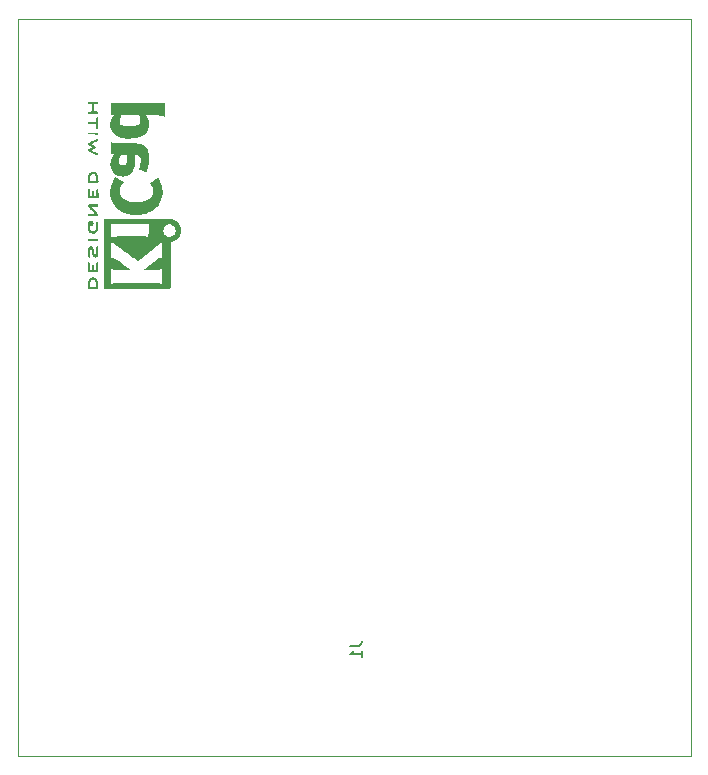
<source format=gbo>
%TF.GenerationSoftware,KiCad,Pcbnew,(6.0.6)*%
%TF.CreationDate,2022-12-01T22:03:14+01:00*%
%TF.ProjectId,Arbolito,4172626f-6c69-4746-9f2e-6b696361645f,rev?*%
%TF.SameCoordinates,Original*%
%TF.FileFunction,Legend,Bot*%
%TF.FilePolarity,Positive*%
%FSLAX46Y46*%
G04 Gerber Fmt 4.6, Leading zero omitted, Abs format (unit mm)*
G04 Created by KiCad (PCBNEW (6.0.6)) date 2022-12-01 22:03:14*
%MOMM*%
%LPD*%
G01*
G04 APERTURE LIST*
%ADD10C,0.150000*%
%ADD11C,0.120000*%
G04 APERTURE END LIST*
D10*
%TO.C,J1*%
X139352380Y-116666666D02*
X140066666Y-116666666D01*
X140209523Y-116619047D01*
X140304761Y-116523809D01*
X140352380Y-116380952D01*
X140352380Y-116285714D01*
X140352380Y-117666666D02*
X140352380Y-117095238D01*
X140352380Y-117380952D02*
X139352380Y-117380952D01*
X139495238Y-117285714D01*
X139590476Y-117190476D01*
X139638095Y-117095238D01*
%TO.C,G\u002A\u002A\u002A*%
G36*
X117487812Y-82862414D02*
G01*
X117504558Y-82871989D01*
X117544860Y-82906057D01*
X117578085Y-82955161D01*
X117606434Y-83024230D01*
X117632108Y-83118193D01*
X117657308Y-83241978D01*
X117660018Y-83256725D01*
X117676836Y-83346125D01*
X117692467Y-83425915D01*
X117705271Y-83487880D01*
X117713606Y-83523806D01*
X117720205Y-83542952D01*
X117745489Y-83582690D01*
X117775850Y-83601669D01*
X117803372Y-83593724D01*
X117814015Y-83578226D01*
X117831628Y-83524987D01*
X117844446Y-83447112D01*
X117852057Y-83351175D01*
X117854044Y-83243746D01*
X117849994Y-83131400D01*
X117839493Y-83020706D01*
X117838839Y-83015529D01*
X117833890Y-82932465D01*
X117844371Y-82877567D01*
X117871816Y-82847254D01*
X117917758Y-82837945D01*
X117951097Y-82844165D01*
X117982358Y-82874247D01*
X118002462Y-82933630D01*
X118011915Y-82978625D01*
X118022505Y-83029315D01*
X118025056Y-83046502D01*
X118029078Y-83102760D01*
X118031546Y-83179847D01*
X118032480Y-83268498D01*
X118031902Y-83359448D01*
X118029833Y-83443430D01*
X118026294Y-83511178D01*
X118021307Y-83553427D01*
X118017644Y-83569378D01*
X117979897Y-83673490D01*
X117924917Y-83749604D01*
X117854082Y-83796309D01*
X117768771Y-83812192D01*
X117756767Y-83812114D01*
X117706218Y-83807109D01*
X117669854Y-83788759D01*
X117630773Y-83749369D01*
X117616324Y-83732575D01*
X117590213Y-83698405D01*
X117569592Y-83662250D01*
X117552183Y-83617649D01*
X117535706Y-83558141D01*
X117517881Y-83477266D01*
X117496430Y-83368562D01*
X117475772Y-83265658D01*
X117452252Y-83163715D01*
X117430826Y-83092404D01*
X117410371Y-83049530D01*
X117389764Y-83032896D01*
X117367884Y-83040306D01*
X117343607Y-83069565D01*
X117332949Y-83091741D01*
X117318564Y-83156512D01*
X117311238Y-83252620D01*
X117310919Y-83380987D01*
X117317558Y-83542534D01*
X117320872Y-83623854D01*
X117321368Y-83697751D01*
X117318992Y-83753068D01*
X117313870Y-83781747D01*
X117298833Y-83797849D01*
X117258882Y-83810997D01*
X117213514Y-83807624D01*
X117178639Y-83787097D01*
X117171722Y-83775662D01*
X117156254Y-83733149D01*
X117143761Y-83678365D01*
X117136271Y-83619448D01*
X117129933Y-83525173D01*
X117127357Y-83419596D01*
X117128416Y-83311908D01*
X117132984Y-83211301D01*
X117140934Y-83126965D01*
X117152141Y-83068092D01*
X117159098Y-83046281D01*
X117203811Y-82951350D01*
X117262137Y-82883599D01*
X117330978Y-82844928D01*
X117407235Y-82837234D01*
X117487812Y-82862414D01*
G37*
G36*
X118972347Y-86443465D02*
G01*
X118856026Y-86441838D01*
X118759439Y-86440038D01*
X118681122Y-86438052D01*
X118619609Y-86435862D01*
X118573436Y-86433455D01*
X118541137Y-86430814D01*
X118521248Y-86427926D01*
X118512303Y-86424775D01*
X118506535Y-86418605D01*
X118488327Y-86380439D01*
X118477604Y-86329090D01*
X118477034Y-86313137D01*
X118476318Y-86262880D01*
X118475646Y-86181151D01*
X118475022Y-86069843D01*
X118474450Y-85930847D01*
X118473933Y-85766055D01*
X118473474Y-85577359D01*
X118473077Y-85366651D01*
X118472745Y-85135823D01*
X118472482Y-84886766D01*
X118472291Y-84621374D01*
X118472176Y-84341537D01*
X118472141Y-84049148D01*
X118472188Y-83746099D01*
X118472320Y-83434281D01*
X118472434Y-83231085D01*
X119100172Y-83231085D01*
X119100198Y-83364064D01*
X119100541Y-83489069D01*
X119101214Y-83601679D01*
X119102230Y-83697473D01*
X119103600Y-83772029D01*
X119105337Y-83820928D01*
X119107454Y-83839748D01*
X119116281Y-83842387D01*
X119151963Y-83845694D01*
X119204059Y-83846986D01*
X119239583Y-83849409D01*
X119339542Y-83875050D01*
X119459909Y-83928627D01*
X119600543Y-84010068D01*
X119761301Y-84119305D01*
X119784614Y-84136117D01*
X119909393Y-84226276D01*
X120040052Y-84320939D01*
X120171721Y-84416558D01*
X120299526Y-84509581D01*
X120418595Y-84596460D01*
X120524055Y-84673643D01*
X120611033Y-84737582D01*
X120674657Y-84784726D01*
X120805137Y-84882123D01*
X120170137Y-84887092D01*
X120003913Y-84888119D01*
X119840194Y-84888212D01*
X119704432Y-84886843D01*
X119592959Y-84883717D01*
X119502109Y-84878541D01*
X119428215Y-84871019D01*
X119367609Y-84860859D01*
X119316625Y-84847766D01*
X119271594Y-84831446D01*
X119228851Y-84811605D01*
X119195372Y-84795336D01*
X119151509Y-84776414D01*
X119126879Y-84769041D01*
X119125777Y-84769661D01*
X119120600Y-84793000D01*
X119116376Y-84850213D01*
X119113099Y-84941482D01*
X119110765Y-85066988D01*
X119109368Y-85226913D01*
X119108904Y-85421438D01*
X119108906Y-85438805D01*
X119109144Y-85584462D01*
X119109734Y-85718145D01*
X119110634Y-85836051D01*
X119111799Y-85934376D01*
X119113185Y-86009318D01*
X119114749Y-86057072D01*
X119116446Y-86073836D01*
X119129007Y-86068110D01*
X119163937Y-86048278D01*
X119211942Y-86019161D01*
X119233622Y-86005833D01*
X119261652Y-85990389D01*
X119290414Y-85978904D01*
X119325579Y-85970448D01*
X119372817Y-85964088D01*
X119437799Y-85958896D01*
X119526197Y-85953938D01*
X119643680Y-85948285D01*
X119663527Y-85947420D01*
X119754012Y-85944573D01*
X119870517Y-85942202D01*
X120010146Y-85940292D01*
X120170005Y-85938825D01*
X120347196Y-85937784D01*
X120538824Y-85937153D01*
X120741993Y-85936915D01*
X120953807Y-85937052D01*
X121171370Y-85937549D01*
X121391786Y-85938388D01*
X121612159Y-85939552D01*
X121829593Y-85941024D01*
X122041193Y-85942789D01*
X122244062Y-85944828D01*
X122435304Y-85947125D01*
X122612023Y-85949663D01*
X122771324Y-85952425D01*
X122910310Y-85955395D01*
X123026086Y-85958555D01*
X123115755Y-85961889D01*
X123176422Y-85965380D01*
X123205191Y-85969010D01*
X123212881Y-85971536D01*
X123276444Y-85998672D01*
X123335360Y-86032149D01*
X123350675Y-86042283D01*
X123388556Y-86064837D01*
X123410065Y-86073836D01*
X123410563Y-86073379D01*
X123413517Y-86051317D01*
X123416226Y-85998852D01*
X123418614Y-85919764D01*
X123420604Y-85817830D01*
X123422120Y-85696829D01*
X123423085Y-85560540D01*
X123423424Y-85412740D01*
X123423415Y-85388069D01*
X123422980Y-85241896D01*
X123421944Y-85107857D01*
X123420383Y-84989728D01*
X123418371Y-84891287D01*
X123415983Y-84816309D01*
X123413293Y-84768573D01*
X123410376Y-84751853D01*
X123400518Y-84754890D01*
X123366427Y-84771033D01*
X123319773Y-84796392D01*
X123281600Y-84817034D01*
X123237786Y-84836765D01*
X123190264Y-84852649D01*
X123135150Y-84865096D01*
X123068557Y-84874516D01*
X122986600Y-84881319D01*
X122885394Y-84885916D01*
X122761054Y-84888715D01*
X122609695Y-84890128D01*
X122427431Y-84890565D01*
X122306807Y-84890353D01*
X122175467Y-84889477D01*
X122059206Y-84888001D01*
X121961969Y-84886009D01*
X121887697Y-84883585D01*
X121840334Y-84880812D01*
X121823822Y-84877774D01*
X121824362Y-84876735D01*
X121842646Y-84859385D01*
X121884350Y-84824128D01*
X121946002Y-84773778D01*
X122024130Y-84711144D01*
X122115261Y-84639039D01*
X122215923Y-84560274D01*
X122221780Y-84555715D01*
X122404707Y-84413562D01*
X122562760Y-84291376D01*
X122698291Y-84187596D01*
X122813652Y-84100658D01*
X122911194Y-84028998D01*
X122993268Y-83971054D01*
X123062227Y-83925261D01*
X123120422Y-83890056D01*
X123170205Y-83863877D01*
X123213926Y-83845160D01*
X123253939Y-83832341D01*
X123292594Y-83823857D01*
X123332242Y-83818144D01*
X123423424Y-83807345D01*
X123423424Y-83105179D01*
X123423397Y-83045891D01*
X123423080Y-82897329D01*
X123422440Y-82761564D01*
X123421517Y-82642263D01*
X123420350Y-82543091D01*
X123418979Y-82467714D01*
X123417444Y-82419800D01*
X123415785Y-82403014D01*
X123412027Y-82405574D01*
X123388291Y-82427397D01*
X123346880Y-82467906D01*
X123292227Y-82522727D01*
X123228764Y-82587490D01*
X123157832Y-82657180D01*
X123066723Y-82741698D01*
X122964006Y-82833322D01*
X122857677Y-82924924D01*
X122755727Y-83009373D01*
X122711573Y-83045066D01*
X122466715Y-83242842D01*
X122248629Y-83418705D01*
X122057184Y-83572760D01*
X121892246Y-83705113D01*
X121753684Y-83815870D01*
X121641365Y-83905136D01*
X121555158Y-83973017D01*
X121494931Y-84019618D01*
X121460551Y-84045045D01*
X121388020Y-84095228D01*
X121270551Y-84015381D01*
X121242107Y-83995747D01*
X121178718Y-83951182D01*
X121093016Y-83890341D01*
X120988475Y-83815726D01*
X120868570Y-83729839D01*
X120736777Y-83635182D01*
X120596570Y-83534257D01*
X120451424Y-83429567D01*
X120304814Y-83323613D01*
X120160215Y-83218899D01*
X120021102Y-83117926D01*
X119890950Y-83023196D01*
X119773233Y-82937211D01*
X119745123Y-82916530D01*
X119638255Y-82836264D01*
X119531700Y-82753939D01*
X119432474Y-82675107D01*
X119347589Y-82605318D01*
X119284060Y-82550122D01*
X119277652Y-82544288D01*
X119216228Y-82489210D01*
X119164544Y-82444317D01*
X119127864Y-82414093D01*
X119119266Y-82408296D01*
X119111449Y-82403025D01*
X119109934Y-82410702D01*
X119107860Y-82448319D01*
X119106005Y-82513329D01*
X119104382Y-82601313D01*
X119103003Y-82707848D01*
X119101880Y-82828513D01*
X119101026Y-82958889D01*
X119100453Y-83094553D01*
X119100172Y-83231085D01*
X118472434Y-83231085D01*
X118473402Y-81507055D01*
X119108904Y-81507055D01*
X119109144Y-81639089D01*
X119109905Y-81771169D01*
X119111124Y-81888001D01*
X119112736Y-81985674D01*
X119114673Y-82060281D01*
X119116872Y-82107912D01*
X119119266Y-82124657D01*
X119121167Y-82124313D01*
X119144639Y-82112129D01*
X119181222Y-82087920D01*
X119188958Y-82082888D01*
X119214617Y-82070832D01*
X119249784Y-82060317D01*
X119296568Y-82051262D01*
X119357075Y-82043586D01*
X119433412Y-82037210D01*
X119527685Y-82032051D01*
X119642001Y-82028028D01*
X119778466Y-82025062D01*
X119939188Y-82023071D01*
X120126273Y-82021975D01*
X120341828Y-82021692D01*
X120587959Y-82022142D01*
X120866773Y-82023244D01*
X122076629Y-82028973D01*
X122169676Y-82077257D01*
X122212557Y-82098622D01*
X122251129Y-82115717D01*
X122268031Y-82120233D01*
X122268799Y-82114098D01*
X122270217Y-82078318D01*
X122271653Y-82014263D01*
X122273045Y-81926105D01*
X122274331Y-81818015D01*
X122275449Y-81694166D01*
X122276338Y-81558729D01*
X122276348Y-81556914D01*
X123534329Y-81556914D01*
X123555890Y-81682891D01*
X123609657Y-81800332D01*
X123695071Y-81905694D01*
X123709599Y-81919409D01*
X123808864Y-81991951D01*
X123916899Y-82033111D01*
X124041027Y-82045856D01*
X124062660Y-82045468D01*
X124184709Y-82028394D01*
X124292527Y-81983586D01*
X124394933Y-81907596D01*
X124408449Y-81894898D01*
X124486913Y-81795284D01*
X124538321Y-81679783D01*
X124561296Y-81555217D01*
X124554460Y-81428410D01*
X124516433Y-81306185D01*
X124490568Y-81253999D01*
X124433478Y-81167669D01*
X124363771Y-81101879D01*
X124272414Y-81047037D01*
X124233077Y-81029304D01*
X124109312Y-80996553D01*
X123986102Y-80995863D01*
X123868334Y-81025549D01*
X123760891Y-81083929D01*
X123668659Y-81169318D01*
X123596521Y-81280032D01*
X123590058Y-81293535D01*
X123545532Y-81425947D01*
X123534329Y-81556914D01*
X122276348Y-81556914D01*
X122279336Y-81002534D01*
X120786545Y-80997671D01*
X119293754Y-80992809D01*
X119209766Y-80941130D01*
X119173857Y-80919514D01*
X119135573Y-80897843D01*
X119117341Y-80889452D01*
X119115537Y-80903755D01*
X119113733Y-80949141D01*
X119112137Y-81021805D01*
X119110802Y-81117837D01*
X119109783Y-81233329D01*
X119109132Y-81364371D01*
X119108904Y-81507055D01*
X118473402Y-81507055D01*
X118473904Y-80612055D01*
X118513526Y-80572431D01*
X118553149Y-80532808D01*
X124215000Y-80532808D01*
X124342479Y-80574568D01*
X124470089Y-80626304D01*
X124622436Y-80718470D01*
X124753688Y-80834063D01*
X124861901Y-80969368D01*
X124945132Y-81120668D01*
X125001439Y-81284248D01*
X125028876Y-81456391D01*
X125025502Y-81633383D01*
X124989373Y-81811507D01*
X124977209Y-81848962D01*
X124907993Y-82000973D01*
X124813050Y-82141160D01*
X124697213Y-82264935D01*
X124565312Y-82367712D01*
X124422180Y-82444903D01*
X124272648Y-82491922D01*
X124180205Y-82510520D01*
X124176838Y-84432911D01*
X124176363Y-84735313D01*
X124175974Y-85009335D01*
X124175557Y-85252290D01*
X124174988Y-85466054D01*
X124174147Y-85652504D01*
X124172910Y-85813516D01*
X124171156Y-85950967D01*
X124168762Y-86066733D01*
X124165607Y-86162692D01*
X124161569Y-86240718D01*
X124156524Y-86302690D01*
X124150351Y-86350482D01*
X124142929Y-86385973D01*
X124134134Y-86411038D01*
X124123844Y-86427554D01*
X124111938Y-86437398D01*
X124098294Y-86442445D01*
X124082788Y-86444573D01*
X124065300Y-86445659D01*
X124045706Y-86447577D01*
X124041027Y-86447912D01*
X124037858Y-86448139D01*
X123996551Y-86449255D01*
X123923295Y-86450268D01*
X123820024Y-86451174D01*
X123688669Y-86451971D01*
X123531165Y-86452653D01*
X123349444Y-86453218D01*
X123145438Y-86453661D01*
X122921080Y-86453979D01*
X122678303Y-86454168D01*
X122419041Y-86454223D01*
X122145225Y-86454143D01*
X121858789Y-86453921D01*
X121561665Y-86453556D01*
X121255787Y-86453042D01*
X121149018Y-86452836D01*
X120789161Y-86452082D01*
X120462223Y-86451291D01*
X120166740Y-86450449D01*
X119901246Y-86449540D01*
X119664277Y-86448549D01*
X119454368Y-86447461D01*
X119270053Y-86446261D01*
X119116446Y-86444988D01*
X119109868Y-86444934D01*
X118972347Y-86443465D01*
G37*
G36*
X117248294Y-77971480D02*
G01*
X117276815Y-77988459D01*
X117281250Y-78008121D01*
X117286460Y-78057804D01*
X117291525Y-78130909D01*
X117296038Y-78221429D01*
X117299589Y-78323356D01*
X117308287Y-78636507D01*
X117499657Y-78636507D01*
X117504524Y-78425618D01*
X117504739Y-78416457D01*
X117507578Y-78327814D01*
X117511775Y-78266840D01*
X117518375Y-78226976D01*
X117528424Y-78201664D01*
X117542967Y-78184344D01*
X117559403Y-78172672D01*
X117604766Y-78162703D01*
X117646295Y-78177614D01*
X117671313Y-78214433D01*
X117674578Y-78235790D01*
X117678391Y-78288630D01*
X117681041Y-78360348D01*
X117682091Y-78441741D01*
X117682328Y-78629715D01*
X117764965Y-78624412D01*
X117847602Y-78619110D01*
X117858132Y-78323356D01*
X117861152Y-78249071D01*
X117866042Y-78156484D01*
X117871415Y-78079338D01*
X117876803Y-78024080D01*
X117881740Y-77997157D01*
X117895308Y-77981238D01*
X117933118Y-77967921D01*
X117976772Y-77970459D01*
X118010352Y-77989766D01*
X118016731Y-78010798D01*
X118023764Y-78064344D01*
X118030388Y-78146263D01*
X118036335Y-78253154D01*
X118041336Y-78381619D01*
X118043585Y-78452788D01*
X118046546Y-78558257D01*
X118047818Y-78636170D01*
X118047146Y-78691190D01*
X118044280Y-78727976D01*
X118038966Y-78751190D01*
X118030952Y-78765493D01*
X118019984Y-78775546D01*
X118012663Y-78779948D01*
X117989594Y-78787249D01*
X117951922Y-78792737D01*
X117895609Y-78796647D01*
X117816619Y-78799210D01*
X117710915Y-78800659D01*
X117574460Y-78801227D01*
X117491196Y-78801275D01*
X117379085Y-78800910D01*
X117294928Y-78799734D01*
X117234468Y-78797451D01*
X117193445Y-78793766D01*
X117167600Y-78788383D01*
X117152673Y-78781004D01*
X117144407Y-78771336D01*
X117138583Y-78748266D01*
X117133232Y-78695540D01*
X117129290Y-78620803D01*
X117126741Y-78530363D01*
X117125569Y-78430529D01*
X117125756Y-78327612D01*
X117127285Y-78227920D01*
X117130140Y-78137762D01*
X117134304Y-78063448D01*
X117139761Y-78011287D01*
X117146493Y-77987589D01*
X117162378Y-77977106D01*
X117204490Y-77967658D01*
X117248294Y-77971480D01*
G37*
G36*
X117843413Y-86466413D02*
G01*
X117774638Y-86468764D01*
X117688513Y-86469037D01*
X117591557Y-86467494D01*
X117490287Y-86464398D01*
X117391221Y-86460010D01*
X117300878Y-86454595D01*
X117225775Y-86448413D01*
X117172431Y-86441728D01*
X117147363Y-86434802D01*
X117140501Y-86424189D01*
X117132080Y-86384797D01*
X117127249Y-86316025D01*
X117126751Y-86282603D01*
X117294529Y-86282603D01*
X117861298Y-86282603D01*
X117852113Y-86102640D01*
X117849307Y-86057868D01*
X117834631Y-85940166D01*
X117809281Y-85848648D01*
X117771224Y-85777513D01*
X117718430Y-85720961D01*
X117648494Y-85674716D01*
X117577468Y-85658145D01*
X117506484Y-85675437D01*
X117431844Y-85726664D01*
X117422846Y-85735108D01*
X117376869Y-85793914D01*
X117343346Y-85861242D01*
X117337376Y-85881164D01*
X117323716Y-85946767D01*
X117312105Y-86028414D01*
X117304565Y-86112979D01*
X117294529Y-86282603D01*
X117126751Y-86282603D01*
X117125747Y-86215233D01*
X117128076Y-86093859D01*
X117140045Y-85938917D01*
X117162226Y-85816722D01*
X117194663Y-85726952D01*
X117208639Y-85702528D01*
X117272466Y-85624396D01*
X117355225Y-85556223D01*
X117444938Y-85508465D01*
X117525584Y-85488561D01*
X117634592Y-85489372D01*
X117741869Y-85517223D01*
X117838367Y-85569513D01*
X117915041Y-85643641D01*
X117955615Y-85714033D01*
X117993243Y-85822302D01*
X118020564Y-85955714D01*
X118036677Y-86109693D01*
X118040677Y-86279666D01*
X118037618Y-86350488D01*
X118025740Y-86402957D01*
X117998635Y-86434597D01*
X117949783Y-86452562D01*
X117872663Y-86464008D01*
X117861298Y-86464942D01*
X117843413Y-86466413D01*
G37*
G36*
X117730675Y-82211798D02*
G01*
X117826614Y-82213940D01*
X117907238Y-82217606D01*
X117966068Y-82222832D01*
X117996623Y-82229653D01*
X118019306Y-82249760D01*
X118028677Y-82295673D01*
X118009179Y-82360687D01*
X117988085Y-82406984D01*
X117592944Y-82400173D01*
X117533118Y-82399106D01*
X117418373Y-82396662D01*
X117331822Y-82393884D01*
X117268863Y-82390343D01*
X117224897Y-82385612D01*
X117195322Y-82379264D01*
X117175538Y-82370870D01*
X117160944Y-82360003D01*
X117156580Y-82355861D01*
X117131424Y-82311852D01*
X117138860Y-82268568D01*
X117177808Y-82234082D01*
X117196385Y-82228999D01*
X117248107Y-82222729D01*
X117323401Y-82217774D01*
X117415786Y-82214169D01*
X117518781Y-82211947D01*
X117625904Y-82211145D01*
X117730675Y-82211798D01*
G37*
G36*
X117557300Y-80758900D02*
G01*
X117593795Y-80776775D01*
X117612273Y-80811201D01*
X117618114Y-80866947D01*
X117616699Y-80948784D01*
X117616249Y-80961779D01*
X117612114Y-81044195D01*
X117605416Y-81098988D01*
X117594159Y-81132508D01*
X117576348Y-81151106D01*
X117549988Y-81161131D01*
X117518634Y-81164335D01*
X117475872Y-81145113D01*
X117447973Y-81094806D01*
X117435227Y-81013788D01*
X117430067Y-80958017D01*
X117419509Y-80923356D01*
X117401734Y-80910499D01*
X117372598Y-80914162D01*
X117341407Y-80945461D01*
X117319094Y-81002376D01*
X117306772Y-81080097D01*
X117305554Y-81173817D01*
X117316552Y-81278725D01*
X117332116Y-81358840D01*
X117356473Y-81433496D01*
X117390770Y-81490640D01*
X117439483Y-81539782D01*
X117507079Y-81584404D01*
X117578124Y-81600884D01*
X117649421Y-81583476D01*
X117724374Y-81532088D01*
X117742972Y-81514549D01*
X117784485Y-81461403D01*
X117814263Y-81395671D01*
X117833746Y-81311930D01*
X117844379Y-81204758D01*
X117847602Y-81068729D01*
X117847608Y-81058451D01*
X117848767Y-80957534D01*
X117852929Y-80886321D01*
X117861517Y-80840153D01*
X117875954Y-80814372D01*
X117897664Y-80804321D01*
X117928070Y-80805342D01*
X117947584Y-80810783D01*
X117980523Y-80839063D01*
X118004118Y-80892715D01*
X118019406Y-80974693D01*
X118027426Y-81087949D01*
X118027991Y-81203692D01*
X118013090Y-81360951D01*
X117978242Y-81491981D01*
X117922618Y-81598723D01*
X117845388Y-81683117D01*
X117745724Y-81747103D01*
X117722178Y-81758056D01*
X117624980Y-81788126D01*
X117533471Y-81787986D01*
X117438767Y-81757949D01*
X117354161Y-81707848D01*
X117262580Y-81620010D01*
X117190956Y-81509279D01*
X117143473Y-81380996D01*
X117138680Y-81351810D01*
X117133743Y-81288718D01*
X117131250Y-81208968D01*
X117131682Y-81123085D01*
X117133364Y-81067006D01*
X117137926Y-80991270D01*
X117145946Y-80935329D01*
X117159036Y-80889656D01*
X117178808Y-80844729D01*
X117221301Y-80758973D01*
X117397011Y-80754043D01*
X117408733Y-80753720D01*
X117497407Y-80752805D01*
X117557300Y-80758900D01*
G37*
G36*
X119451772Y-76983759D02*
G01*
X119484180Y-76998430D01*
X119538769Y-77026612D01*
X119610485Y-77065411D01*
X119694273Y-77111936D01*
X119785079Y-77163294D01*
X119877849Y-77216592D01*
X119967529Y-77268939D01*
X120049064Y-77317442D01*
X120117400Y-77359209D01*
X120167484Y-77391347D01*
X120194259Y-77410965D01*
X120195568Y-77413735D01*
X120187588Y-77438811D01*
X120161947Y-77481547D01*
X120122638Y-77535027D01*
X120071947Y-77602508D01*
X119969353Y-77770354D01*
X119899435Y-77937763D01*
X119862138Y-78102944D01*
X119857405Y-78264107D01*
X119885180Y-78419460D01*
X119945409Y-78567214D01*
X120038035Y-78705576D01*
X120163003Y-78832757D01*
X120225295Y-78881315D01*
X120378380Y-78970489D01*
X120558751Y-79040556D01*
X120764926Y-79091110D01*
X120995425Y-79121742D01*
X121248767Y-79132043D01*
X121436233Y-79126902D01*
X121687701Y-79100849D01*
X121912559Y-79052723D01*
X122111030Y-78982454D01*
X122283340Y-78889976D01*
X122429713Y-78775220D01*
X122495294Y-78707343D01*
X122576512Y-78593714D01*
X122631252Y-78467427D01*
X122663988Y-78319783D01*
X122670509Y-78263299D01*
X122669090Y-78095602D01*
X122634722Y-77935898D01*
X122566806Y-77782114D01*
X122464741Y-77632181D01*
X122455080Y-77620067D01*
X122416695Y-77570248D01*
X122389754Y-77532535D01*
X122379589Y-77514310D01*
X122379987Y-77513498D01*
X122398033Y-77498442D01*
X122439503Y-77468224D01*
X122499665Y-77426017D01*
X122573784Y-77374997D01*
X122657128Y-77318336D01*
X122744962Y-77259210D01*
X122832553Y-77200792D01*
X122915168Y-77146256D01*
X122988073Y-77098777D01*
X123046535Y-77061529D01*
X123085820Y-77037686D01*
X123101194Y-77030422D01*
X123103040Y-77033681D01*
X123116688Y-77061573D01*
X123141053Y-77113040D01*
X123173422Y-77182322D01*
X123211080Y-77263658D01*
X123268664Y-77391769D01*
X123339383Y-77563308D01*
X123393392Y-77717193D01*
X123432414Y-77860072D01*
X123458171Y-77998593D01*
X123472385Y-78139406D01*
X123476780Y-78289157D01*
X123469200Y-78464058D01*
X123431407Y-78704011D01*
X123361465Y-78932134D01*
X123258906Y-79149565D01*
X123123261Y-79357440D01*
X122954060Y-79556898D01*
X122773468Y-79726035D01*
X122567114Y-79876108D01*
X122343032Y-79997943D01*
X122100212Y-80091926D01*
X121837644Y-80158445D01*
X121554318Y-80197887D01*
X121249223Y-80210640D01*
X121139679Y-80208637D01*
X120839055Y-80182643D01*
X120555386Y-80126480D01*
X120288088Y-80039975D01*
X120036579Y-79922951D01*
X119800274Y-79775233D01*
X119772231Y-79754857D01*
X119585360Y-79596640D01*
X119422792Y-79418049D01*
X119286586Y-79222433D01*
X119178803Y-79013140D01*
X119101503Y-78793519D01*
X119056747Y-78566918D01*
X119052044Y-78523893D01*
X119041640Y-78316117D01*
X119048576Y-78098391D01*
X119071998Y-77884532D01*
X119111053Y-77688356D01*
X119111081Y-77688248D01*
X119128199Y-77634509D01*
X119156095Y-77561924D01*
X119192087Y-77476156D01*
X119233491Y-77382870D01*
X119277626Y-77287729D01*
X119321810Y-77196396D01*
X119363360Y-77114535D01*
X119399595Y-77047810D01*
X119427830Y-77001884D01*
X119445386Y-76982421D01*
X119451772Y-76983759D01*
G37*
G36*
X117712368Y-79306312D02*
G01*
X117820065Y-79306837D01*
X117900218Y-79308775D01*
X117956890Y-79313030D01*
X117994145Y-79320506D01*
X118016047Y-79332108D01*
X118026660Y-79348740D01*
X118030047Y-79371307D01*
X118030274Y-79400713D01*
X118029438Y-79418632D01*
X118021104Y-79447647D01*
X118000185Y-79468766D01*
X117962243Y-79483353D01*
X117902840Y-79492771D01*
X117817536Y-79498381D01*
X117701893Y-79501548D01*
X117436099Y-79506370D01*
X117702741Y-79800086D01*
X117794211Y-79901075D01*
X117875737Y-79992017D01*
X117937941Y-80063142D01*
X117983071Y-80117489D01*
X118013376Y-80158092D01*
X118031104Y-80187989D01*
X118038504Y-80210217D01*
X118037824Y-80227812D01*
X118031313Y-80243810D01*
X118024736Y-80254561D01*
X118007806Y-80271681D01*
X117981698Y-80284513D01*
X117942144Y-80293599D01*
X117884877Y-80299486D01*
X117805631Y-80302716D01*
X117700139Y-80303834D01*
X117564134Y-80303383D01*
X117534202Y-80303158D01*
X117416727Y-80301717D01*
X117328222Y-80299327D01*
X117263910Y-80295624D01*
X117219013Y-80290237D01*
X117188751Y-80282802D01*
X117168346Y-80272949D01*
X117160069Y-80266871D01*
X117131410Y-80226570D01*
X117127702Y-80180756D01*
X117150676Y-80142229D01*
X117178843Y-80132877D01*
X117238450Y-80124321D01*
X117325908Y-80117025D01*
X117437731Y-80111362D01*
X117485454Y-80109291D01*
X117570200Y-80104316D01*
X117638159Y-80098596D01*
X117683334Y-80092687D01*
X117699726Y-80087142D01*
X117697155Y-80079062D01*
X117674248Y-80044876D01*
X117629295Y-79990053D01*
X117564344Y-79917025D01*
X117481441Y-79828219D01*
X117443235Y-79787650D01*
X117359922Y-79696368D01*
X117284364Y-79609848D01*
X117219857Y-79532130D01*
X117169699Y-79467254D01*
X117137186Y-79419260D01*
X117125616Y-79392188D01*
X117135187Y-79364648D01*
X117164282Y-79333384D01*
X117176788Y-79326525D01*
X117201375Y-79319230D01*
X117238924Y-79313862D01*
X117293800Y-79310153D01*
X117370370Y-79307835D01*
X117472998Y-79306640D01*
X117606050Y-79306301D01*
X117712368Y-79306312D01*
G37*
G36*
X117999778Y-84201441D02*
G01*
X118025659Y-84243039D01*
X118026058Y-84244623D01*
X118030036Y-84279312D01*
X118033315Y-84341974D01*
X118035713Y-84426373D01*
X118037047Y-84526269D01*
X118037136Y-84635427D01*
X118036675Y-84704923D01*
X118035333Y-84808244D01*
X118033014Y-84884160D01*
X118029318Y-84937457D01*
X118023848Y-84972918D01*
X118016205Y-84995327D01*
X118005991Y-85009468D01*
X118002205Y-85012931D01*
X117987814Y-85021475D01*
X117965150Y-85027728D01*
X117929793Y-85031928D01*
X117877326Y-85034317D01*
X117803329Y-85035135D01*
X117703385Y-85034622D01*
X117573075Y-85033019D01*
X117555986Y-85032767D01*
X117423646Y-85029951D01*
X117313476Y-85026003D01*
X117228632Y-85021101D01*
X117172269Y-85015421D01*
X117147542Y-85009142D01*
X117143743Y-85004111D01*
X117136714Y-84979273D01*
X117131602Y-84932982D01*
X117128216Y-84861907D01*
X117126363Y-84762717D01*
X117125854Y-84632082D01*
X117125893Y-84608051D01*
X117126663Y-84499058D01*
X117128282Y-84401240D01*
X117130590Y-84320502D01*
X117133426Y-84262749D01*
X117136631Y-84233885D01*
X117144143Y-84216457D01*
X117177607Y-84188160D01*
X117221525Y-84182138D01*
X117261917Y-84201952D01*
X117262153Y-84202189D01*
X117272782Y-84217731D01*
X117280769Y-84243167D01*
X117286616Y-84283477D01*
X117290825Y-84343642D01*
X117293898Y-84428641D01*
X117296337Y-84543454D01*
X117301785Y-84856027D01*
X117508356Y-84856027D01*
X117508356Y-84663514D01*
X117509091Y-84586286D01*
X117513366Y-84507363D01*
X117523050Y-84454590D01*
X117539936Y-84423019D01*
X117565814Y-84407704D01*
X117602478Y-84403699D01*
X117635303Y-84405787D01*
X117659329Y-84420453D01*
X117671455Y-84458065D01*
X117673893Y-84474566D01*
X117678221Y-84528817D01*
X117681212Y-84601419D01*
X117682328Y-84681330D01*
X117682632Y-84726410D01*
X117684323Y-84791990D01*
X117687165Y-84838740D01*
X117690780Y-84858680D01*
X117695442Y-84860516D01*
X117726120Y-84861515D01*
X117773417Y-84857230D01*
X117847602Y-84847329D01*
X117856915Y-84538534D01*
X117859991Y-84446399D01*
X117864218Y-84354872D01*
X117869247Y-84289482D01*
X117875622Y-84245354D01*
X117883887Y-84217612D01*
X117894587Y-84201381D01*
X117914699Y-84187154D01*
X117958785Y-84181539D01*
X117999778Y-84201441D01*
G37*
G36*
X117977758Y-73765297D02*
G01*
X118015987Y-73793491D01*
X118036196Y-73834974D01*
X118031424Y-73876206D01*
X118031391Y-73876268D01*
X118003620Y-73903636D01*
X117945238Y-73941382D01*
X117858441Y-73988319D01*
X117745426Y-74043258D01*
X117608390Y-74105011D01*
X117553379Y-74129687D01*
X117494106Y-74158082D01*
X117453702Y-74179684D01*
X117438767Y-74191140D01*
X117449462Y-74200924D01*
X117485506Y-74223851D01*
X117540966Y-74255625D01*
X117609582Y-74292530D01*
X117666087Y-74323056D01*
X117732616Y-74361665D01*
X117783882Y-74394510D01*
X117811944Y-74416716D01*
X117828699Y-74437259D01*
X117833474Y-74460931D01*
X117815892Y-74493694D01*
X117799959Y-74510216D01*
X117755926Y-74542769D01*
X117694038Y-74581200D01*
X117622309Y-74620270D01*
X117568062Y-74648652D01*
X117510244Y-74681022D01*
X117470831Y-74705713D01*
X117456244Y-74718911D01*
X117458112Y-74721634D01*
X117482675Y-74738005D01*
X117531283Y-74764695D01*
X117598273Y-74798688D01*
X117677979Y-74836967D01*
X117746660Y-74869181D01*
X117841145Y-74913972D01*
X117910547Y-74948030D01*
X117958968Y-74973783D01*
X117990510Y-74993660D01*
X118009277Y-75010089D01*
X118019369Y-75025498D01*
X118024891Y-75042316D01*
X118025507Y-75044859D01*
X118024736Y-75096208D01*
X117995820Y-75128083D01*
X117940949Y-75137985D01*
X117933369Y-75136854D01*
X117893312Y-75124351D01*
X117829793Y-75100102D01*
X117748559Y-75066675D01*
X117655353Y-75026640D01*
X117555921Y-74982567D01*
X117456008Y-74937025D01*
X117361359Y-74892585D01*
X117277718Y-74851815D01*
X117210832Y-74817286D01*
X117166444Y-74791566D01*
X117135618Y-74761364D01*
X117128915Y-74717428D01*
X117128950Y-74717131D01*
X117135601Y-74695173D01*
X117153300Y-74673433D01*
X117187129Y-74648095D01*
X117242171Y-74615345D01*
X117323506Y-74571369D01*
X117327617Y-74569195D01*
X117400285Y-74530463D01*
X117460755Y-74497714D01*
X117502821Y-74474341D01*
X117520279Y-74463738D01*
X117520198Y-74462701D01*
X117502659Y-74449006D01*
X117460963Y-74423013D01*
X117400519Y-74387979D01*
X117326739Y-74347163D01*
X117267899Y-74315031D01*
X117203685Y-74278415D01*
X117162222Y-74251325D01*
X117138637Y-74229928D01*
X117128059Y-74210390D01*
X117125616Y-74188876D01*
X117126775Y-74172468D01*
X117134432Y-74153399D01*
X117153623Y-74134028D01*
X117189312Y-74110677D01*
X117246461Y-74079666D01*
X117330034Y-74037315D01*
X117464050Y-73971477D01*
X117592675Y-73910703D01*
X117708678Y-73858336D01*
X117808420Y-73815923D01*
X117888260Y-73785010D01*
X117944557Y-73767145D01*
X117973669Y-73763873D01*
X117977758Y-73765297D01*
G37*
G36*
X120566313Y-73736206D02*
G01*
X120460270Y-73737394D01*
X120376496Y-73736642D01*
X120308550Y-73733659D01*
X120249990Y-73728155D01*
X120194375Y-73719837D01*
X120135261Y-73708414D01*
X119990831Y-73672596D01*
X119781763Y-73596920D01*
X119595396Y-73498659D01*
X119433235Y-73379196D01*
X119296783Y-73239913D01*
X119187544Y-73082191D01*
X119107022Y-72907414D01*
X119056720Y-72716964D01*
X119052495Y-72684654D01*
X119048445Y-72598484D01*
X119050145Y-72495606D01*
X119056980Y-72387762D01*
X119068242Y-72287522D01*
X119824673Y-72287522D01*
X119828124Y-72343091D01*
X119838979Y-72387464D01*
X119858982Y-72432552D01*
X119902483Y-72498760D01*
X119984533Y-72572962D01*
X120094260Y-72630433D01*
X120232328Y-72671354D01*
X120399397Y-72695907D01*
X120596130Y-72704272D01*
X120823189Y-72696631D01*
X120928549Y-72687881D01*
X121105066Y-72661592D01*
X121252274Y-72621922D01*
X121372352Y-72568013D01*
X121467479Y-72499006D01*
X121539835Y-72414041D01*
X121550730Y-72397120D01*
X121570580Y-72359589D01*
X121581838Y-72320031D01*
X121586863Y-72267536D01*
X121588013Y-72191190D01*
X121587759Y-72149101D01*
X121584456Y-72083489D01*
X121574615Y-72030953D01*
X121554862Y-71977019D01*
X121521823Y-71907214D01*
X121455633Y-71773288D01*
X119983150Y-71773288D01*
X119908260Y-71920986D01*
X119889383Y-71958766D01*
X119859391Y-72025027D01*
X119841422Y-72080545D01*
X119831766Y-72138580D01*
X119826713Y-72212390D01*
X119824673Y-72287522D01*
X119068242Y-72287522D01*
X119068335Y-72286692D01*
X119083594Y-72204137D01*
X119104042Y-72134858D01*
X119169587Y-71984809D01*
X119267268Y-71822997D01*
X119284504Y-71797478D01*
X119311093Y-71755798D01*
X119320549Y-71732747D01*
X119314683Y-71721317D01*
X119295305Y-71714502D01*
X119282194Y-71711767D01*
X119232661Y-71706244D01*
X119174143Y-71703936D01*
X119091506Y-71703699D01*
X119091506Y-70641880D01*
X119179849Y-70686646D01*
X119213444Y-70701793D01*
X119285282Y-70726100D01*
X119349472Y-70739022D01*
X119364177Y-70740407D01*
X119438848Y-70747599D01*
X119509041Y-70754555D01*
X119520028Y-70755130D01*
X119565655Y-70756150D01*
X119642568Y-70757140D01*
X119748510Y-70758092D01*
X119881224Y-70758995D01*
X120038452Y-70759840D01*
X120217938Y-70760619D01*
X120417424Y-70761322D01*
X120634653Y-70761938D01*
X120867368Y-70762460D01*
X121113311Y-70762878D01*
X121370226Y-70763182D01*
X121635856Y-70763362D01*
X123684383Y-70764247D01*
X123684383Y-71329657D01*
X123684300Y-71415851D01*
X123683844Y-71545255D01*
X123683035Y-71660293D01*
X123681924Y-71756879D01*
X123680561Y-71830927D01*
X123679000Y-71878352D01*
X123677290Y-71895068D01*
X123666913Y-71891185D01*
X123632785Y-71875049D01*
X123584572Y-71850645D01*
X123565744Y-71841344D01*
X123518343Y-71822855D01*
X123462759Y-71809382D01*
X123390122Y-71799096D01*
X123291562Y-71790166D01*
X123237092Y-71786792D01*
X123151511Y-71783214D01*
X123048438Y-71780178D01*
X122932627Y-71777705D01*
X122808830Y-71775819D01*
X122681798Y-71774542D01*
X122556285Y-71773896D01*
X122437043Y-71773903D01*
X122328824Y-71774587D01*
X122236382Y-71775970D01*
X122164467Y-71778074D01*
X122117833Y-71780921D01*
X122101232Y-71784535D01*
X122109489Y-71802501D01*
X122132386Y-71841134D01*
X122164787Y-71891531D01*
X122204254Y-71955328D01*
X122254383Y-72060305D01*
X122288013Y-72173512D01*
X122309620Y-72307817D01*
X122320183Y-72413019D01*
X122327506Y-72558723D01*
X122322271Y-72684156D01*
X122303505Y-72797155D01*
X122270233Y-72905555D01*
X122221483Y-73017192D01*
X122144177Y-73150332D01*
X122024565Y-73296054D01*
X121877701Y-73421620D01*
X121703062Y-73527392D01*
X121500126Y-73613736D01*
X121268372Y-73681013D01*
X121226502Y-73690515D01*
X121161621Y-73703313D01*
X121096196Y-73713030D01*
X121023377Y-73720291D01*
X120936314Y-73725719D01*
X120828156Y-73729941D01*
X120692054Y-73733580D01*
X120596130Y-73735583D01*
X120566313Y-73736206D01*
G37*
G36*
X117605436Y-70646482D02*
G01*
X118003361Y-70651164D01*
X118020498Y-70699925D01*
X118022215Y-70704926D01*
X118031160Y-70747853D01*
X118021588Y-70777556D01*
X117989463Y-70796576D01*
X117930749Y-70807458D01*
X117841411Y-70812742D01*
X117682328Y-70817744D01*
X117682328Y-71442740D01*
X117817635Y-71442740D01*
X117902105Y-71447147D01*
X117977182Y-71464779D01*
X118020477Y-71496029D01*
X118032184Y-71541055D01*
X118012501Y-71600017D01*
X118008515Y-71606486D01*
X117998255Y-71615825D01*
X117980107Y-71622705D01*
X117949588Y-71627503D01*
X117902212Y-71630592D01*
X117833496Y-71632350D01*
X117738955Y-71633150D01*
X117614104Y-71633369D01*
X117489973Y-71632619D01*
X117375396Y-71630195D01*
X117282570Y-71626279D01*
X117215840Y-71621055D01*
X117179548Y-71614712D01*
X117140717Y-71590310D01*
X117124293Y-71548711D01*
X117140154Y-71498963D01*
X117159937Y-71481315D01*
X117214004Y-71460738D01*
X117292865Y-71447453D01*
X117390809Y-71442740D01*
X117508356Y-71442740D01*
X117508356Y-70816438D01*
X117350637Y-70816438D01*
X117275616Y-70815072D01*
X117203079Y-70808223D01*
X117156972Y-70794157D01*
X117132687Y-70771265D01*
X117125616Y-70737940D01*
X117125716Y-70731102D01*
X117129658Y-70703789D01*
X117142100Y-70682689D01*
X117166795Y-70667085D01*
X117207497Y-70656263D01*
X117267958Y-70649507D01*
X117351933Y-70646102D01*
X117463175Y-70645332D01*
X117605436Y-70646482D01*
G37*
G36*
X117904916Y-73233352D02*
G01*
X117953430Y-73235813D01*
X117985539Y-73239979D01*
X118005539Y-73246161D01*
X118017725Y-73254667D01*
X118026393Y-73265809D01*
X118035486Y-73281116D01*
X118040682Y-73310585D01*
X118025187Y-73349279D01*
X118000211Y-73396948D01*
X117576174Y-73392773D01*
X117497917Y-73391854D01*
X117367159Y-73389350D01*
X117268015Y-73385848D01*
X117198372Y-73381230D01*
X117156118Y-73375376D01*
X117139143Y-73368169D01*
X117131275Y-73349678D01*
X117127117Y-73300631D01*
X117139285Y-73257491D01*
X117146641Y-73252864D01*
X117177384Y-73246568D01*
X117233487Y-73241604D01*
X117317307Y-73237845D01*
X117431200Y-73235160D01*
X117577522Y-73233420D01*
X117617984Y-73233100D01*
X117741488Y-73232305D01*
X117835700Y-73232286D01*
X117904916Y-73233352D01*
G37*
G36*
X117973459Y-71939843D02*
G01*
X118021575Y-71956732D01*
X118032847Y-72408674D01*
X118034907Y-72494090D01*
X118037376Y-72615048D01*
X118038398Y-72707742D01*
X118037839Y-72776281D01*
X118035563Y-72824775D01*
X118031438Y-72857330D01*
X118025330Y-72878056D01*
X118017103Y-72891062D01*
X117980450Y-72915209D01*
X117929356Y-72918403D01*
X117883639Y-72894168D01*
X117871117Y-72874527D01*
X117862296Y-72838299D01*
X117857652Y-72780316D01*
X117856301Y-72694100D01*
X117856301Y-72521370D01*
X117529624Y-72521370D01*
X117421281Y-72520989D01*
X117328614Y-72519441D01*
X117261471Y-72516360D01*
X117214962Y-72511382D01*
X117184195Y-72504145D01*
X117164282Y-72494287D01*
X117141120Y-72473622D01*
X117126804Y-72433116D01*
X117143625Y-72381048D01*
X117145067Y-72378462D01*
X117153946Y-72367590D01*
X117169209Y-72359593D01*
X117195589Y-72354033D01*
X117237823Y-72350472D01*
X117300645Y-72348471D01*
X117388791Y-72347593D01*
X117506995Y-72347397D01*
X117852355Y-72347397D01*
X117859110Y-72164915D01*
X117861066Y-72121321D01*
X117868847Y-72033090D01*
X117882130Y-71974464D01*
X117902760Y-71941805D01*
X117932588Y-71931477D01*
X117973459Y-71939843D01*
G37*
G36*
X119908353Y-76935655D02*
G01*
X119805583Y-76914863D01*
X119714258Y-76885561D01*
X119550997Y-76806645D01*
X119406012Y-76700364D01*
X119281725Y-76569495D01*
X119180559Y-76416815D01*
X119104938Y-76245101D01*
X119057283Y-76057130D01*
X119048728Y-76000672D01*
X119043368Y-75941887D01*
X119042972Y-75880565D01*
X119047532Y-75806070D01*
X119057042Y-75707769D01*
X119059886Y-75683078D01*
X119082515Y-75573656D01*
X119753366Y-75573656D01*
X119758021Y-75662353D01*
X119778303Y-75757726D01*
X119817780Y-75836641D01*
X119879835Y-75908039D01*
X119886358Y-75914089D01*
X119973530Y-75972601D01*
X120066987Y-75998185D01*
X120162852Y-75991076D01*
X120257247Y-75951510D01*
X120346296Y-75879721D01*
X120392524Y-75827238D01*
X120432936Y-75765345D01*
X120461095Y-75695851D01*
X120478931Y-75612032D01*
X120488376Y-75507163D01*
X120491360Y-75374520D01*
X120491986Y-75139657D01*
X120238600Y-75134862D01*
X119985215Y-75130066D01*
X119914139Y-75199737D01*
X119889236Y-75226560D01*
X119838174Y-75293298D01*
X119797833Y-75360175D01*
X119793643Y-75368703D01*
X119768525Y-75430925D01*
X119756274Y-75493601D01*
X119753366Y-75573656D01*
X119082515Y-75573656D01*
X119095618Y-75510296D01*
X119159411Y-75350121D01*
X119254504Y-75194131D01*
X119334357Y-75082227D01*
X119212932Y-75070033D01*
X119091506Y-75057838D01*
X119091506Y-74749185D01*
X119091695Y-74689403D01*
X119093062Y-74564158D01*
X119095534Y-74438137D01*
X119098854Y-74323196D01*
X119102762Y-74231193D01*
X119114019Y-74021854D01*
X119283943Y-74110014D01*
X120244608Y-74124344D01*
X120294088Y-74125089D01*
X120525380Y-74128822D01*
X120725350Y-74132610D01*
X120896900Y-74136639D01*
X121042931Y-74141099D01*
X121166346Y-74146176D01*
X121270045Y-74152059D01*
X121356929Y-74158936D01*
X121429901Y-74166994D01*
X121491862Y-74176423D01*
X121545712Y-74187410D01*
X121594354Y-74200142D01*
X121640689Y-74214809D01*
X121684743Y-74230218D01*
X121789726Y-74272519D01*
X121874234Y-74317874D01*
X121948547Y-74372400D01*
X122022945Y-74442211D01*
X122036011Y-74455808D01*
X122129201Y-74572171D01*
X122203191Y-74704732D01*
X122259497Y-74857497D01*
X122299638Y-75034473D01*
X122325131Y-75239664D01*
X122331023Y-75321090D01*
X122334537Y-75421558D01*
X122332588Y-75519693D01*
X122324491Y-75621460D01*
X122309564Y-75732824D01*
X122287123Y-75859749D01*
X122256487Y-76008199D01*
X122216971Y-76184140D01*
X122207867Y-76223954D01*
X122186209Y-76321216D01*
X122167204Y-76409992D01*
X122152636Y-76481825D01*
X122144293Y-76528256D01*
X122140866Y-76549905D01*
X122131520Y-76588375D01*
X122118205Y-76602360D01*
X122095837Y-76599315D01*
X122075532Y-76592154D01*
X122022557Y-76571186D01*
X121951665Y-76541524D01*
X121869100Y-76505949D01*
X121781107Y-76467244D01*
X121693932Y-76428192D01*
X121613818Y-76391575D01*
X121547012Y-76360176D01*
X121499757Y-76336777D01*
X121478298Y-76324161D01*
X121472378Y-76315788D01*
X121469577Y-76294342D01*
X121476545Y-76258303D01*
X121494605Y-76201880D01*
X121525078Y-76119280D01*
X121586357Y-75938327D01*
X121628620Y-75762835D01*
X121646795Y-75607269D01*
X121640938Y-75472718D01*
X121611103Y-75360269D01*
X121557342Y-75271011D01*
X121479711Y-75206030D01*
X121462157Y-75196429D01*
X121395759Y-75166990D01*
X121320102Y-75140511D01*
X121248578Y-75121326D01*
X121194580Y-75113768D01*
X121186956Y-75115702D01*
X121178962Y-75126476D01*
X121172775Y-75150554D01*
X121167935Y-75192233D01*
X121163981Y-75255812D01*
X121160454Y-75345587D01*
X121156894Y-75465856D01*
X121153380Y-75565938D01*
X121147012Y-75688834D01*
X121139017Y-75801182D01*
X121129988Y-75894901D01*
X121120518Y-75961907D01*
X121096835Y-76071031D01*
X121035187Y-76268266D01*
X120954069Y-76445138D01*
X120855416Y-76597767D01*
X120741164Y-76722276D01*
X120649107Y-76792181D01*
X120534241Y-76858205D01*
X120413517Y-76910549D01*
X120300616Y-76942378D01*
X120252576Y-76948924D01*
X120145488Y-76953444D01*
X120066987Y-76950367D01*
X120026201Y-76948768D01*
X119908353Y-76935655D01*
G37*
G36*
X117526966Y-77527893D02*
G01*
X117405276Y-77525398D01*
X117312667Y-77522257D01*
X117245095Y-77518179D01*
X117198517Y-77512871D01*
X117168890Y-77506040D01*
X117152171Y-77497396D01*
X117151064Y-77496461D01*
X117139646Y-77483289D01*
X117131905Y-77463105D01*
X117127408Y-77430358D01*
X117125722Y-77379499D01*
X117126414Y-77304977D01*
X117127710Y-77253959D01*
X117301607Y-77253959D01*
X117303135Y-77303468D01*
X117309175Y-77327363D01*
X117316879Y-77329883D01*
X117354478Y-77334051D01*
X117417093Y-77337390D01*
X117498400Y-77339607D01*
X117592073Y-77340411D01*
X117861361Y-77340411D01*
X117851009Y-77170788D01*
X117850909Y-77169150D01*
X117841342Y-77054332D01*
X117827260Y-76966990D01*
X117806448Y-76899968D01*
X117776694Y-76846112D01*
X117735785Y-76798267D01*
X117707688Y-76772374D01*
X117634664Y-76727151D01*
X117563390Y-76716555D01*
X117492621Y-76740591D01*
X117421116Y-76799263D01*
X117403543Y-76819643D01*
X117363269Y-76880101D01*
X117336834Y-76938955D01*
X117328092Y-76975733D01*
X117317834Y-77039722D01*
X117309583Y-77113288D01*
X117303966Y-77187633D01*
X117301607Y-77253959D01*
X117127710Y-77253959D01*
X117129050Y-77201244D01*
X117129542Y-77184402D01*
X117133035Y-77083381D01*
X117137337Y-77008747D01*
X117143536Y-76953136D01*
X117152722Y-76909182D01*
X117165982Y-76869523D01*
X117184406Y-76826793D01*
X117207002Y-76780581D01*
X117262238Y-76694716D01*
X117328115Y-76631268D01*
X117412671Y-76581600D01*
X117478945Y-76556384D01*
X117590239Y-76541079D01*
X117698286Y-76559517D01*
X117800335Y-76611051D01*
X117893638Y-76695032D01*
X117924266Y-76733682D01*
X117961728Y-76798852D01*
X117990263Y-76877923D01*
X118012174Y-76977840D01*
X118029764Y-77105548D01*
X118040919Y-77216843D01*
X118046089Y-77307215D01*
X118044275Y-77375917D01*
X118035288Y-77429367D01*
X118018941Y-77473983D01*
X117990212Y-77534526D01*
X117861361Y-77532699D01*
X117586649Y-77528804D01*
X117526966Y-77527893D01*
G37*
D11*
%TO.C,J1*%
X168190000Y-63600000D02*
X111190000Y-63600000D01*
X111190000Y-63600000D02*
X111190000Y-126000000D01*
X111190000Y-126000000D02*
X168190000Y-126000000D01*
X168190000Y-126000000D02*
X168190000Y-63600000D01*
%TD*%
M02*

</source>
